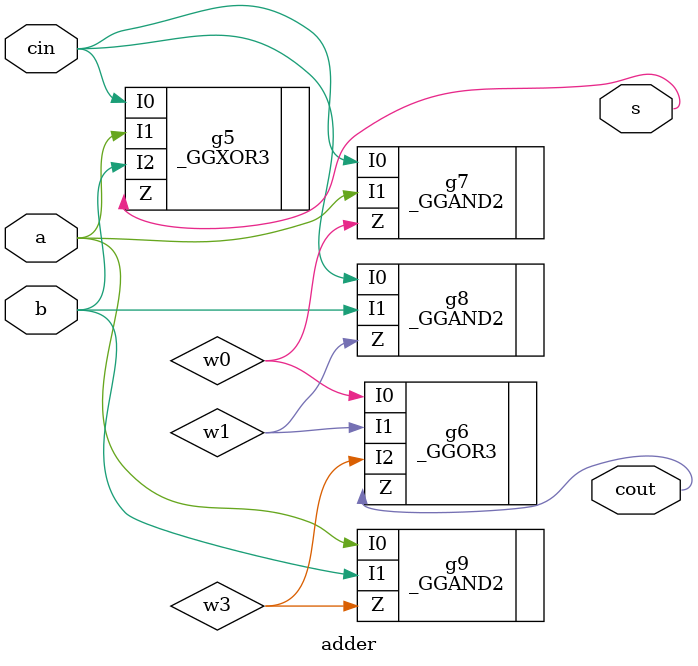
<source format=v>

`timescale 1ns/1ns

module main;    //: root_module
reg [3:0] B;    //: /sn:0 {0}(#:174,117)(#:174,86){1}
supply0 w7;    //: /sn:0 {0}(539,214)(539,202)(481,202)(481,217){1}
reg [3:0] A;    //: /sn:0 {0}(#:311,82)(311,103){1}
//: {2}(311,104)(311,126){3}
//: {4}(311,127)(311,145){5}
//: {6}(311,146)(311,159){7}
//: {8}(311,160)(311,173){9}
wire w6;    //: /sn:0 {0}(412,378)(412,388)(397,388)(397,347)(390,347)(390,319){1}
wire w16;    //: /sn:0 {0}(231,384)(231,394)(217,394)(217,318){1}
wire w14;    //: /sn:0 {0}(201,218)(201,146)(159,146)(159,123){1}
wire w4;    //: /sn:0 {0}(571,314)(571,344)(501,344)(501,181)(359,181)(359,214)(374,214)(374,219){1}
wire w0;    //: /sn:0 {0}(419,219)(419,127)(315,127){1}
wire w3;    //: /sn:0 {0}(570,384)(570,394)(555,394)(555,314){1}
wire w1;    //: /sn:0 {0}(390,219)(390,140)(179,140)(179,123){1}
wire w8;    //: /sn:0 {0}(322,217)(322,146)(315,146){1}
wire w17;    //: /sn:0 {0}(197,385)(197,395)(212,395)(212,333)(201,333)(201,318){1}
wire a0;    //: /sn:0 {0}(315,104)(323,104)(323,119)(584,119)(584,214){1}
wire b0;    //: /sn:0 {0}(555,214)(555,138)(189,138)(189,123){1}
wire w12;    //: /sn:0 {0}(308,384)(308,394)(293,394)(293,317){1}
wire w11;    //: /sn:0 {0}(309,317)(309,327)(252,327)(252,203)(185,203)(185,218){1}
wire w13;    //: /sn:0 {0}(230,218)(230,160)(306,160){1}
wire w5;    //: /sn:0 {0}(406,319)(406,329)(347,329)(347,202)(277,202)(277,217){1}
wire w9;    //: /sn:0 {0}(293,217)(293,143)(169,143)(169,123){1}
//: enddecls

  //: LED g4 (w12) @(308,377) /sn:0 /w:[ 0 ] /type:0
  adder g8 (.cin(w11), .b(w14), .a(w13), .s(w17), .cout(w16));   //: @(169, 219) /sz:(64, 98) /R:3 /sn:0 /p:[ Ti0>1 Ti1>0 Ti2>0 Bo0<1 Bo1<1 ]
  assign w13 = A[3]; //: TAP g13 @(309,160) /sn:0 /R:2 /w:[ 1 8 7 ] /ss:0
  //: GROUND g3 (w7) @(481,223) /sn:0 /w:[ 1 ]
  assign w0 = A[1]; //: TAP g2 @(309,127) /sn:0 /R:2 /w:[ 1 4 3 ] /ss:1
  //: LED s0 (w3) @(570,377) /w:[ 0 ] /type:0
  assign a0 = A[0]; //: TAP g1 @(309,104) /sn:0 /R:2 /w:[ 0 2 1 ] /ss:1
  //: comment g16 @(182,18) /sn:0
  //: /line:"4 bits"
  //: /end
  //: DIP g11 (B) @(174,76) /sn:0 /w:[ 1 ] /st:15 /dn:1
  //: DIP g10 (A) @(311,72) /sn:0 /w:[ 0 ] /st:0 /dn:1
  adder g6 (.cin(w4), .b(w1), .a(w0), .s(w6), .cout(w5));   //: @(358, 220) /sz:(64, 98) /R:3 /sn:0 /p:[ Ti0>1 Ti1>0 Ti2>0 Bo0<1 Bo1<0 ]
  //: LED g9 (w17) @(197,378) /sn:0 /w:[ 0 ] /type:0
  adder g7 (.cin(w5), .b(w9), .a(w8), .s(w12), .cout(w11));   //: @(261, 218) /sz:(64, 98) /R:3 /sn:0 /p:[ Ti0>1 Ti1>0 Ti2>0 Bo0<1 Bo1<0 ]
  //: LED g15 (w6) @(412,371) /sn:0 /w:[ 0 ] /type:0
  //: LED g5 (w16) @(231,377) /sn:0 /w:[ 0 ] /type:0
  assign {w14, w9, w1, b0} = B; //: CONCAT g14  @(174,118) /sn:0 /R:1 /w:[ 1 1 1 1 0 ] /dr:0 /tp:0 /drp:0
  adder g0 (.a(a0), .b(b0), .cin(w7), .cout(w4), .s(w3));   //: @(523, 215) /sz:(64, 98) /R:3 /sn:0 /p:[ Ti0>1 Ti1>0 Ti2>0 Bo0<0 Bo1<1 ]
  assign w8 = A[2]; //: TAP g12 @(309,146) /sn:0 /R:2 /w:[ 1 6 5 ] /ss:1

endmodule
//: /netlistEnd

//: /netlistBegin adder
module adder(cout, s, b, a, cin);
//: interface  /sz:(98, 64) /bd:[ Li0>a(3/64) Li1>b(32/64) Li2>cin(48/64) Ro0<cout(16/64) Ro1<s(32/64) ] /pd: 0 /pi: 0 /pe: 1 /pp: 1
input b;    //: /sn:0 {0}(212,44)(78,44)(78,100){1}
//: {2}(76,102)(57,102){3}
//: {4}(78,104)(78,129){5}
//: {6}(80,131)(90,131)(90,132)(131,132){7}
//: {8}(78,133)(78,163)(131,163){9}
input cin;    //: /sn:0 {0}(78,34)(109,34){1}
//: {2}(113,34)(212,34){3}
//: {4}(111,36)(111,96){5}
//: {6}(113,98)(132,98){7}
//: {8}(111,100)(111,127)(131,127){9}
output s;    //: /sn:0 {0}(281,31)(248,31)(248,39)(233,39){1}
input a;    //: /sn:0 {0}(64,69)(87,69){1}
//: {2}(91,69)(199,69)(199,39)(212,39){3}
//: {4}(89,71)(89,81){5}
//: {6}(91,83)(101,83)(101,103)(132,103){7}
//: {8}(89,85)(89,158)(131,158){9}
output cout;    //: /sn:0 {0}(275,106)(228,106){1}
wire w0;    //: /sn:0 {0}(207,101)(153,101){1}
wire w3;    //: /sn:0 {0}(207,111)(167,111)(167,161)(152,161){1}
wire w1;    //: /sn:0 {0}(207,106)(155,106)(155,130)(152,130){1}
//: enddecls

  //: OUT g4 (cout) @(272,106) /sn:0 /w:[ 0 ]
  _GGAND2 #(6) g8 (.I0(cin), .I1(b), .Z(w1));   //: @(142,130) /sn:0 /w:[ 9 7 1 ]
  //: OUT g3 (s) @(278,31) /sn:0 /w:[ 0 ]
  //: joint g13 (a) @(89, 83) /w:[ 6 5 -1 8 ]
  //: IN g2 (b) @(55,102) /sn:0 /w:[ 3 ]
  //: IN g1 (a) @(62,69) /sn:0 /w:[ 0 ]
  //: joint g11 (b) @(78, 131) /w:[ 6 5 -1 8 ]
  //: joint g10 (b) @(78, 102) /w:[ -1 1 2 4 ]
  _GGOR3 #(8) g6 (.I0(w0), .I1(w1), .I2(w3), .Z(cout));   //: @(218,106) /sn:0 /w:[ 0 0 0 1 ]
  _GGAND2 #(6) g7 (.I0(cin), .I1(a), .Z(w0));   //: @(143,101) /sn:0 /w:[ 7 7 1 ]
  _GGAND2 #(6) g9 (.I0(a), .I1(b), .Z(w3));   //: @(142,161) /sn:0 /w:[ 9 9 1 ]
  //: joint g15 (cin) @(111, 98) /w:[ 6 5 -1 8 ]
  _GGXOR3 #(11) g5 (.I0(cin), .I1(a), .I2(b), .Z(s));   //: @(223,39) /sn:0 /w:[ 3 3 0 1 ]
  //: joint g14 (cin) @(111, 34) /w:[ 2 -1 1 4 ]
  //: IN g0 (cin) @(76,34) /sn:0 /w:[ 0 ]
  //: joint g12 (a) @(89, 69) /w:[ 2 -1 1 4 ]

endmodule
//: /netlistEnd


</source>
